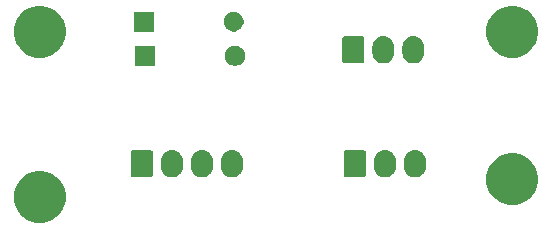
<source format=gbr>
G04 #@! TF.GenerationSoftware,KiCad,Pcbnew,(5.1.5-0-10_14)*
G04 #@! TF.CreationDate,2021-03-15T05:52:22+10:00*
G04 #@! TF.ProjectId,OH - Left Console - 13 Antenna Select Panel,4f48202d-204c-4656-9674-20436f6e736f,rev?*
G04 #@! TF.SameCoordinates,Original*
G04 #@! TF.FileFunction,Soldermask,Bot*
G04 #@! TF.FilePolarity,Negative*
%FSLAX46Y46*%
G04 Gerber Fmt 4.6, Leading zero omitted, Abs format (unit mm)*
G04 Created by KiCad (PCBNEW (5.1.5-0-10_14)) date 2021-03-15 05:52:22*
%MOMM*%
%LPD*%
G04 APERTURE LIST*
%ADD10C,0.100000*%
G04 APERTURE END LIST*
D10*
G36*
X99692007Y-87051582D02*
G01*
X100092563Y-87217498D01*
X100092565Y-87217499D01*
X100453056Y-87458371D01*
X100759629Y-87764944D01*
X100839701Y-87884781D01*
X101000502Y-88125437D01*
X101166418Y-88525993D01*
X101251000Y-88951219D01*
X101251000Y-89384781D01*
X101166418Y-89810007D01*
X101141982Y-89869000D01*
X101000501Y-90210565D01*
X100759629Y-90571056D01*
X100453056Y-90877629D01*
X100092565Y-91118501D01*
X100092564Y-91118502D01*
X100092563Y-91118502D01*
X99692007Y-91284418D01*
X99266781Y-91369000D01*
X98833219Y-91369000D01*
X98407993Y-91284418D01*
X98007437Y-91118502D01*
X98007436Y-91118502D01*
X98007435Y-91118501D01*
X97646944Y-90877629D01*
X97340371Y-90571056D01*
X97099499Y-90210565D01*
X96958018Y-89869000D01*
X96933582Y-89810007D01*
X96849000Y-89384781D01*
X96849000Y-88951219D01*
X96933582Y-88525993D01*
X97099498Y-88125437D01*
X97260299Y-87884781D01*
X97340371Y-87764944D01*
X97646944Y-87458371D01*
X98007435Y-87217499D01*
X98007437Y-87217498D01*
X98407993Y-87051582D01*
X98833219Y-86967000D01*
X99266781Y-86967000D01*
X99692007Y-87051582D01*
G37*
G36*
X139692007Y-85551582D02*
G01*
X140092563Y-85717498D01*
X140092565Y-85717499D01*
X140453056Y-85958371D01*
X140759629Y-86264944D01*
X141000501Y-86625435D01*
X141000502Y-86625437D01*
X141166418Y-87025993D01*
X141251000Y-87451219D01*
X141251000Y-87884781D01*
X141166418Y-88310007D01*
X141000502Y-88710563D01*
X141000501Y-88710565D01*
X140759629Y-89071056D01*
X140453056Y-89377629D01*
X140092565Y-89618501D01*
X140092564Y-89618502D01*
X140092563Y-89618502D01*
X139692007Y-89784418D01*
X139266781Y-89869000D01*
X138833219Y-89869000D01*
X138407993Y-89784418D01*
X138007437Y-89618502D01*
X138007436Y-89618502D01*
X138007435Y-89618501D01*
X137646944Y-89377629D01*
X137340371Y-89071056D01*
X137099499Y-88710565D01*
X137099498Y-88710563D01*
X136933582Y-88310007D01*
X136849000Y-87884781D01*
X136849000Y-87451219D01*
X136933582Y-87025993D01*
X137099498Y-86625437D01*
X137099499Y-86625435D01*
X137340371Y-86264944D01*
X137646944Y-85958371D01*
X138007435Y-85717499D01*
X138007437Y-85717498D01*
X138407993Y-85551582D01*
X138833219Y-85467000D01*
X139266781Y-85467000D01*
X139692007Y-85551582D01*
G37*
G36*
X110416547Y-85222326D02*
G01*
X110590156Y-85274990D01*
X110590158Y-85274991D01*
X110750155Y-85360511D01*
X110890397Y-85475603D01*
X110952750Y-85551582D01*
X111005489Y-85615844D01*
X111091010Y-85775843D01*
X111143674Y-85949452D01*
X111157000Y-86084756D01*
X111157000Y-86635243D01*
X111143674Y-86770548D01*
X111091010Y-86944157D01*
X111005489Y-87104156D01*
X110969729Y-87147729D01*
X110890397Y-87244397D01*
X110793729Y-87323729D01*
X110750156Y-87359489D01*
X110590157Y-87445010D01*
X110416548Y-87497674D01*
X110236000Y-87515456D01*
X110055453Y-87497674D01*
X109881844Y-87445010D01*
X109721845Y-87359489D01*
X109678272Y-87323729D01*
X109581604Y-87244397D01*
X109466513Y-87104157D01*
X109466512Y-87104155D01*
X109380990Y-86944157D01*
X109328326Y-86770548D01*
X109315000Y-86635244D01*
X109315000Y-86084757D01*
X109328326Y-85949453D01*
X109380990Y-85775844D01*
X109466511Y-85615845D01*
X109466512Y-85615844D01*
X109581603Y-85475603D01*
X109707388Y-85372375D01*
X109721844Y-85360511D01*
X109881843Y-85274990D01*
X110055452Y-85222326D01*
X110236000Y-85204544D01*
X110416547Y-85222326D01*
G37*
G36*
X112956547Y-85222326D02*
G01*
X113130156Y-85274990D01*
X113130158Y-85274991D01*
X113290155Y-85360511D01*
X113430397Y-85475603D01*
X113492750Y-85551582D01*
X113545489Y-85615844D01*
X113631010Y-85775843D01*
X113683674Y-85949452D01*
X113697000Y-86084756D01*
X113697000Y-86635243D01*
X113683674Y-86770548D01*
X113631010Y-86944157D01*
X113545489Y-87104156D01*
X113509729Y-87147729D01*
X113430397Y-87244397D01*
X113333729Y-87323729D01*
X113290156Y-87359489D01*
X113130157Y-87445010D01*
X112956548Y-87497674D01*
X112776000Y-87515456D01*
X112595453Y-87497674D01*
X112421844Y-87445010D01*
X112261845Y-87359489D01*
X112218272Y-87323729D01*
X112121604Y-87244397D01*
X112006513Y-87104157D01*
X112006512Y-87104155D01*
X111920990Y-86944157D01*
X111868326Y-86770548D01*
X111855000Y-86635244D01*
X111855000Y-86084757D01*
X111868326Y-85949453D01*
X111920990Y-85775844D01*
X112006511Y-85615845D01*
X112006512Y-85615844D01*
X112121603Y-85475603D01*
X112247388Y-85372375D01*
X112261844Y-85360511D01*
X112421843Y-85274990D01*
X112595452Y-85222326D01*
X112776000Y-85204544D01*
X112956547Y-85222326D01*
G37*
G36*
X115496547Y-85222326D02*
G01*
X115670156Y-85274990D01*
X115670158Y-85274991D01*
X115830155Y-85360511D01*
X115970397Y-85475603D01*
X116032750Y-85551582D01*
X116085489Y-85615844D01*
X116171010Y-85775843D01*
X116223674Y-85949452D01*
X116237000Y-86084756D01*
X116237000Y-86635243D01*
X116223674Y-86770548D01*
X116171010Y-86944157D01*
X116085489Y-87104156D01*
X116049729Y-87147729D01*
X115970397Y-87244397D01*
X115873729Y-87323729D01*
X115830156Y-87359489D01*
X115670157Y-87445010D01*
X115496548Y-87497674D01*
X115316000Y-87515456D01*
X115135453Y-87497674D01*
X114961844Y-87445010D01*
X114801845Y-87359489D01*
X114758272Y-87323729D01*
X114661604Y-87244397D01*
X114546513Y-87104157D01*
X114546512Y-87104155D01*
X114460990Y-86944157D01*
X114408326Y-86770548D01*
X114395000Y-86635244D01*
X114395000Y-86084757D01*
X114408326Y-85949453D01*
X114460990Y-85775844D01*
X114546511Y-85615845D01*
X114546512Y-85615844D01*
X114661603Y-85475603D01*
X114787388Y-85372375D01*
X114801844Y-85360511D01*
X114961843Y-85274990D01*
X115135452Y-85222326D01*
X115316000Y-85204544D01*
X115496547Y-85222326D01*
G37*
G36*
X128450547Y-85222326D02*
G01*
X128624156Y-85274990D01*
X128624158Y-85274991D01*
X128784155Y-85360511D01*
X128924397Y-85475603D01*
X128986750Y-85551582D01*
X129039489Y-85615844D01*
X129125010Y-85775843D01*
X129177674Y-85949452D01*
X129191000Y-86084756D01*
X129191000Y-86635243D01*
X129177674Y-86770548D01*
X129125010Y-86944157D01*
X129039489Y-87104156D01*
X129003729Y-87147729D01*
X128924397Y-87244397D01*
X128827729Y-87323729D01*
X128784156Y-87359489D01*
X128624157Y-87445010D01*
X128450548Y-87497674D01*
X128270000Y-87515456D01*
X128089453Y-87497674D01*
X127915844Y-87445010D01*
X127755845Y-87359489D01*
X127712272Y-87323729D01*
X127615604Y-87244397D01*
X127500513Y-87104157D01*
X127500512Y-87104155D01*
X127414990Y-86944157D01*
X127362326Y-86770548D01*
X127349000Y-86635244D01*
X127349000Y-86084757D01*
X127362326Y-85949453D01*
X127414990Y-85775844D01*
X127500511Y-85615845D01*
X127500512Y-85615844D01*
X127615603Y-85475603D01*
X127741388Y-85372375D01*
X127755844Y-85360511D01*
X127915843Y-85274990D01*
X128089452Y-85222326D01*
X128270000Y-85204544D01*
X128450547Y-85222326D01*
G37*
G36*
X130990547Y-85222326D02*
G01*
X131164156Y-85274990D01*
X131164158Y-85274991D01*
X131324155Y-85360511D01*
X131464397Y-85475603D01*
X131526750Y-85551582D01*
X131579489Y-85615844D01*
X131665010Y-85775843D01*
X131717674Y-85949452D01*
X131731000Y-86084756D01*
X131731000Y-86635243D01*
X131717674Y-86770548D01*
X131665010Y-86944157D01*
X131579489Y-87104156D01*
X131543729Y-87147729D01*
X131464397Y-87244397D01*
X131367729Y-87323729D01*
X131324156Y-87359489D01*
X131164157Y-87445010D01*
X130990548Y-87497674D01*
X130810000Y-87515456D01*
X130629453Y-87497674D01*
X130455844Y-87445010D01*
X130295845Y-87359489D01*
X130252272Y-87323729D01*
X130155604Y-87244397D01*
X130040513Y-87104157D01*
X130040512Y-87104155D01*
X129954990Y-86944157D01*
X129902326Y-86770548D01*
X129889000Y-86635244D01*
X129889000Y-86084757D01*
X129902326Y-85949453D01*
X129954990Y-85775844D01*
X130040511Y-85615845D01*
X130040512Y-85615844D01*
X130155603Y-85475603D01*
X130281388Y-85372375D01*
X130295844Y-85360511D01*
X130455843Y-85274990D01*
X130629452Y-85222326D01*
X130810000Y-85204544D01*
X130990547Y-85222326D01*
G37*
G36*
X126509561Y-85212966D02*
G01*
X126542383Y-85222923D01*
X126572632Y-85239092D01*
X126599148Y-85260852D01*
X126620908Y-85287368D01*
X126637077Y-85317617D01*
X126647034Y-85350439D01*
X126651000Y-85390713D01*
X126651000Y-87329287D01*
X126647034Y-87369561D01*
X126637077Y-87402383D01*
X126620908Y-87432632D01*
X126599148Y-87459148D01*
X126572632Y-87480908D01*
X126542383Y-87497077D01*
X126509561Y-87507034D01*
X126469287Y-87511000D01*
X124990713Y-87511000D01*
X124950439Y-87507034D01*
X124917617Y-87497077D01*
X124887368Y-87480908D01*
X124860852Y-87459148D01*
X124839092Y-87432632D01*
X124822923Y-87402383D01*
X124812966Y-87369561D01*
X124809000Y-87329287D01*
X124809000Y-85390713D01*
X124812966Y-85350439D01*
X124822923Y-85317617D01*
X124839092Y-85287368D01*
X124860852Y-85260852D01*
X124887368Y-85239092D01*
X124917617Y-85222923D01*
X124950439Y-85212966D01*
X124990713Y-85209000D01*
X126469287Y-85209000D01*
X126509561Y-85212966D01*
G37*
G36*
X108475561Y-85212966D02*
G01*
X108508383Y-85222923D01*
X108538632Y-85239092D01*
X108565148Y-85260852D01*
X108586908Y-85287368D01*
X108603077Y-85317617D01*
X108613034Y-85350439D01*
X108617000Y-85390713D01*
X108617000Y-87329287D01*
X108613034Y-87369561D01*
X108603077Y-87402383D01*
X108586908Y-87432632D01*
X108565148Y-87459148D01*
X108538632Y-87480908D01*
X108508383Y-87497077D01*
X108475561Y-87507034D01*
X108435287Y-87511000D01*
X106956713Y-87511000D01*
X106916439Y-87507034D01*
X106883617Y-87497077D01*
X106853368Y-87480908D01*
X106826852Y-87459148D01*
X106805092Y-87432632D01*
X106788923Y-87402383D01*
X106778966Y-87369561D01*
X106775000Y-87329287D01*
X106775000Y-85390713D01*
X106778966Y-85350439D01*
X106788923Y-85317617D01*
X106805092Y-85287368D01*
X106826852Y-85260852D01*
X106853368Y-85239092D01*
X106883617Y-85222923D01*
X106916439Y-85212966D01*
X106956713Y-85209000D01*
X108435287Y-85209000D01*
X108475561Y-85212966D01*
G37*
G36*
X108801000Y-78067000D02*
G01*
X107099000Y-78067000D01*
X107099000Y-76365000D01*
X108801000Y-76365000D01*
X108801000Y-78067000D01*
G37*
G36*
X115818228Y-76397703D02*
G01*
X115973100Y-76461853D01*
X116112481Y-76554985D01*
X116231015Y-76673519D01*
X116324147Y-76812900D01*
X116388297Y-76967772D01*
X116421000Y-77132184D01*
X116421000Y-77299816D01*
X116388297Y-77464228D01*
X116324147Y-77619100D01*
X116231015Y-77758481D01*
X116112481Y-77877015D01*
X115973100Y-77970147D01*
X115818228Y-78034297D01*
X115653816Y-78067000D01*
X115486184Y-78067000D01*
X115321772Y-78034297D01*
X115166900Y-77970147D01*
X115027519Y-77877015D01*
X114908985Y-77758481D01*
X114815853Y-77619100D01*
X114751703Y-77464228D01*
X114719000Y-77299816D01*
X114719000Y-77132184D01*
X114751703Y-76967772D01*
X114815853Y-76812900D01*
X114908985Y-76673519D01*
X115027519Y-76554985D01*
X115166900Y-76461853D01*
X115321772Y-76397703D01*
X115486184Y-76365000D01*
X115653816Y-76365000D01*
X115818228Y-76397703D01*
G37*
G36*
X130863547Y-75570326D02*
G01*
X131037156Y-75622990D01*
X131037158Y-75622991D01*
X131197155Y-75708511D01*
X131337397Y-75823603D01*
X131416729Y-75920271D01*
X131452489Y-75963844D01*
X131538010Y-76123843D01*
X131590674Y-76297452D01*
X131604000Y-76432756D01*
X131604000Y-76983243D01*
X131590674Y-77118548D01*
X131538010Y-77292157D01*
X131452489Y-77452156D01*
X131416729Y-77495729D01*
X131337397Y-77592397D01*
X131240729Y-77671729D01*
X131197156Y-77707489D01*
X131037157Y-77793010D01*
X130863548Y-77845674D01*
X130683000Y-77863456D01*
X130502453Y-77845674D01*
X130328844Y-77793010D01*
X130168845Y-77707489D01*
X130125272Y-77671729D01*
X130028604Y-77592397D01*
X129913513Y-77452157D01*
X129913512Y-77452155D01*
X129827990Y-77292157D01*
X129775326Y-77118548D01*
X129762000Y-76983244D01*
X129762000Y-76432757D01*
X129775326Y-76297453D01*
X129827990Y-76123844D01*
X129913511Y-75963845D01*
X129913512Y-75963844D01*
X130028603Y-75823603D01*
X130154388Y-75720375D01*
X130168844Y-75708511D01*
X130328843Y-75622990D01*
X130502452Y-75570326D01*
X130683000Y-75552544D01*
X130863547Y-75570326D01*
G37*
G36*
X128323547Y-75570326D02*
G01*
X128497156Y-75622990D01*
X128497158Y-75622991D01*
X128657155Y-75708511D01*
X128797397Y-75823603D01*
X128876729Y-75920271D01*
X128912489Y-75963844D01*
X128998010Y-76123843D01*
X129050674Y-76297452D01*
X129064000Y-76432756D01*
X129064000Y-76983243D01*
X129050674Y-77118548D01*
X128998010Y-77292157D01*
X128912489Y-77452156D01*
X128876729Y-77495729D01*
X128797397Y-77592397D01*
X128700729Y-77671729D01*
X128657156Y-77707489D01*
X128497157Y-77793010D01*
X128323548Y-77845674D01*
X128143000Y-77863456D01*
X127962453Y-77845674D01*
X127788844Y-77793010D01*
X127628845Y-77707489D01*
X127585272Y-77671729D01*
X127488604Y-77592397D01*
X127373513Y-77452157D01*
X127373512Y-77452155D01*
X127287990Y-77292157D01*
X127235326Y-77118548D01*
X127222000Y-76983244D01*
X127222000Y-76432757D01*
X127235326Y-76297453D01*
X127287990Y-76123844D01*
X127373511Y-75963845D01*
X127373512Y-75963844D01*
X127488603Y-75823603D01*
X127614388Y-75720375D01*
X127628844Y-75708511D01*
X127788843Y-75622990D01*
X127962452Y-75570326D01*
X128143000Y-75552544D01*
X128323547Y-75570326D01*
G37*
G36*
X126382561Y-75560966D02*
G01*
X126415383Y-75570923D01*
X126445632Y-75587092D01*
X126472148Y-75608852D01*
X126493908Y-75635368D01*
X126510077Y-75665617D01*
X126520034Y-75698439D01*
X126524000Y-75738713D01*
X126524000Y-77677287D01*
X126520034Y-77717561D01*
X126510077Y-77750383D01*
X126493908Y-77780632D01*
X126472148Y-77807148D01*
X126445632Y-77828908D01*
X126415383Y-77845077D01*
X126382561Y-77855034D01*
X126342287Y-77859000D01*
X124863713Y-77859000D01*
X124823439Y-77855034D01*
X124790617Y-77845077D01*
X124760368Y-77828908D01*
X124733852Y-77807148D01*
X124712092Y-77780632D01*
X124695923Y-77750383D01*
X124685966Y-77717561D01*
X124682000Y-77677287D01*
X124682000Y-75738713D01*
X124685966Y-75698439D01*
X124695923Y-75665617D01*
X124712092Y-75635368D01*
X124733852Y-75608852D01*
X124760368Y-75587092D01*
X124790617Y-75570923D01*
X124823439Y-75560966D01*
X124863713Y-75557000D01*
X126342287Y-75557000D01*
X126382561Y-75560966D01*
G37*
G36*
X139692007Y-73051582D02*
G01*
X140092563Y-73217498D01*
X140092565Y-73217499D01*
X140453056Y-73458371D01*
X140759629Y-73764944D01*
X140963976Y-74070772D01*
X141000502Y-74125437D01*
X141166418Y-74525993D01*
X141251000Y-74951219D01*
X141251000Y-75384781D01*
X141166418Y-75810007D01*
X141036422Y-76123844D01*
X141000501Y-76210565D01*
X140759629Y-76571056D01*
X140453056Y-76877629D01*
X140092565Y-77118501D01*
X140092564Y-77118502D01*
X140092563Y-77118502D01*
X139692007Y-77284418D01*
X139266781Y-77369000D01*
X138833219Y-77369000D01*
X138407993Y-77284418D01*
X138007437Y-77118502D01*
X138007436Y-77118502D01*
X138007435Y-77118501D01*
X137646944Y-76877629D01*
X137340371Y-76571056D01*
X137099499Y-76210565D01*
X137063578Y-76123844D01*
X136933582Y-75810007D01*
X136849000Y-75384781D01*
X136849000Y-74951219D01*
X136933582Y-74525993D01*
X137099498Y-74125437D01*
X137136024Y-74070772D01*
X137340371Y-73764944D01*
X137646944Y-73458371D01*
X138007435Y-73217499D01*
X138007437Y-73217498D01*
X138407993Y-73051582D01*
X138833219Y-72967000D01*
X139266781Y-72967000D01*
X139692007Y-73051582D01*
G37*
G36*
X99692007Y-73051582D02*
G01*
X100092563Y-73217498D01*
X100092565Y-73217499D01*
X100453056Y-73458371D01*
X100759629Y-73764944D01*
X100963976Y-74070772D01*
X101000502Y-74125437D01*
X101166418Y-74525993D01*
X101251000Y-74951219D01*
X101251000Y-75384781D01*
X101166418Y-75810007D01*
X101036422Y-76123844D01*
X101000501Y-76210565D01*
X100759629Y-76571056D01*
X100453056Y-76877629D01*
X100092565Y-77118501D01*
X100092564Y-77118502D01*
X100092563Y-77118502D01*
X99692007Y-77284418D01*
X99266781Y-77369000D01*
X98833219Y-77369000D01*
X98407993Y-77284418D01*
X98007437Y-77118502D01*
X98007436Y-77118502D01*
X98007435Y-77118501D01*
X97646944Y-76877629D01*
X97340371Y-76571056D01*
X97099499Y-76210565D01*
X97063578Y-76123844D01*
X96933582Y-75810007D01*
X96849000Y-75384781D01*
X96849000Y-74951219D01*
X96933582Y-74525993D01*
X97099498Y-74125437D01*
X97136024Y-74070772D01*
X97340371Y-73764944D01*
X97646944Y-73458371D01*
X98007435Y-73217499D01*
X98007437Y-73217498D01*
X98407993Y-73051582D01*
X98833219Y-72967000D01*
X99266781Y-72967000D01*
X99692007Y-73051582D01*
G37*
G36*
X108692000Y-75170000D02*
G01*
X106990000Y-75170000D01*
X106990000Y-73468000D01*
X108692000Y-73468000D01*
X108692000Y-75170000D01*
G37*
G36*
X115709228Y-73500703D02*
G01*
X115864100Y-73564853D01*
X116003481Y-73657985D01*
X116122015Y-73776519D01*
X116215147Y-73915900D01*
X116279297Y-74070772D01*
X116312000Y-74235184D01*
X116312000Y-74402816D01*
X116279297Y-74567228D01*
X116215147Y-74722100D01*
X116122015Y-74861481D01*
X116003481Y-74980015D01*
X115864100Y-75073147D01*
X115709228Y-75137297D01*
X115544816Y-75170000D01*
X115377184Y-75170000D01*
X115212772Y-75137297D01*
X115057900Y-75073147D01*
X114918519Y-74980015D01*
X114799985Y-74861481D01*
X114706853Y-74722100D01*
X114642703Y-74567228D01*
X114610000Y-74402816D01*
X114610000Y-74235184D01*
X114642703Y-74070772D01*
X114706853Y-73915900D01*
X114799985Y-73776519D01*
X114918519Y-73657985D01*
X115057900Y-73564853D01*
X115212772Y-73500703D01*
X115377184Y-73468000D01*
X115544816Y-73468000D01*
X115709228Y-73500703D01*
G37*
M02*

</source>
